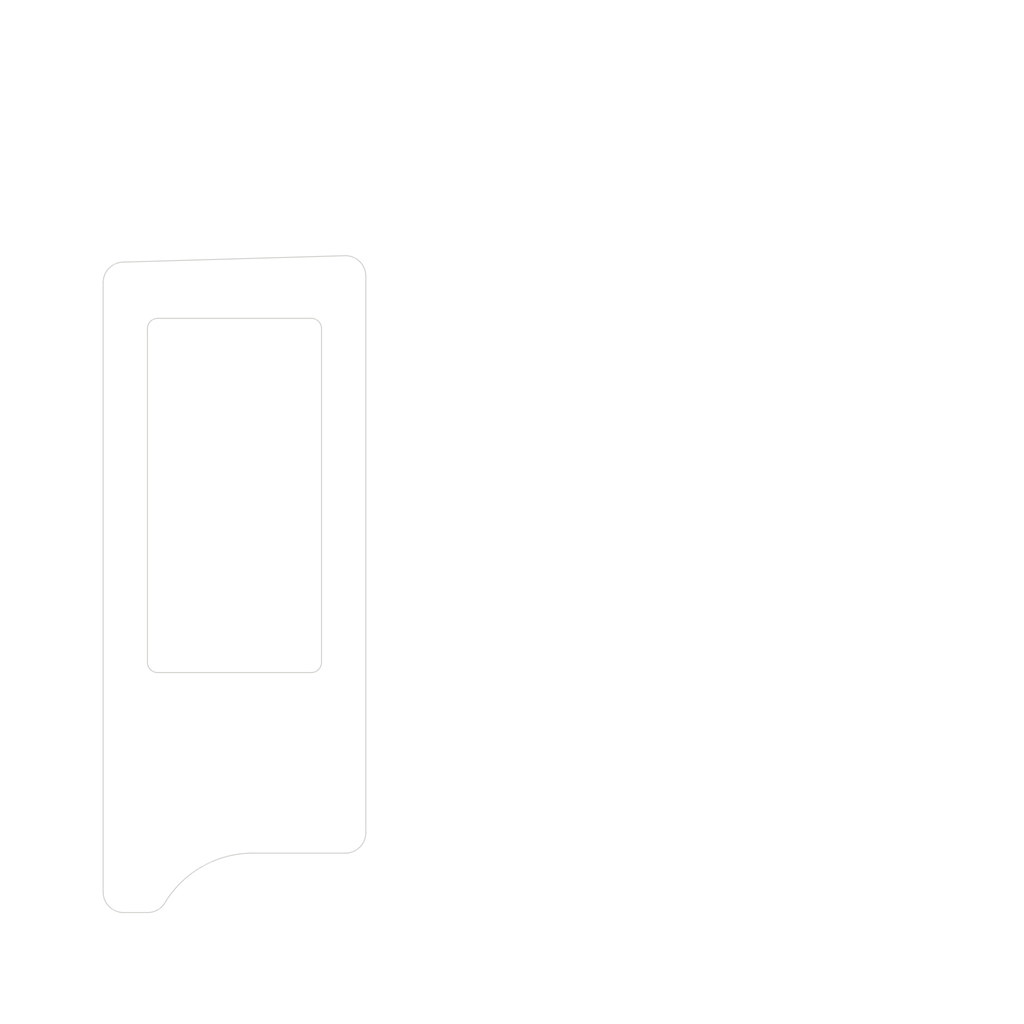
<source format=kicad_pcb>
(kicad_pcb (version 20221018) (generator pcbnew)
  (layers (0 "F.Cu" signal) (31 "B.Cu" signal) (34 "B.Paste" user) (35 "F.Paste" user) (36 "B.SilkS" user "B.Silkscreen") (37 "F.SilkS" user "F.Silkscreen") (38 "B.Mask" user) (39 "F.Mask" user) (44 "Edge.Cuts" user))
  (net 0 "")
  (footprint "MountingHole:MountingHole_2.2mm_M2" (layer "F.Cu") (at 80.994214 94.984214)
    (fp_text reference "TH1" hide)
    (fp_text value "HOLE")
    (pad "" np_thru_hole circle (at 0 0) (size 2.2 2.2) (drill 2.2) (layers "*.Cu" "*.Mask"))
  )
  (footprint "MountingHole:MountingHole_2.2mm_M2" (layer "F.Cu") (at 95.155267 87.782766)
    (fp_text reference "TH2" hide)
    (fp_text value "HOLE")
    (pad "" np_thru_hole circle (at 0 0) (size 2.2 2.2) (drill 2.2) (layers "*.Cu" "*.Mask"))
  )
  (gr_line (start 82.519216 40.759214) (end 97.519214 40.759214) (stroke (width 0.1)) (layer "Edge.Cuts"))
  (gr_line (start 81.519214 74.349214) (end 81.519216 41.759214) (stroke (width 0.1)) (layer "Edge.Cuts"))
  (gr_arc (start 77.194214 37.264214) (mid 77.78 35.85) (end 79.194214 35.264214) (stroke (width 0.1)) (layer "Edge.Cuts"))
  (gr_line (start 82.519214 75.349214) (end 97.519214 75.349214) (stroke (width 0.1)) (layer "Edge.Cuts"))
  (gr_arc (start 100.844214 34.638428) (mid 102.258409 35.224221) (end 102.844214 36.638428) (stroke (width 0.1)) (layer "Edge.Cuts"))
  (gr_arc (start 98.519214 74.349214) (mid 98.226317 75.056317) (end 97.519214 75.349214) (stroke (width 0.1)) (layer "Edge.Cuts"))
  (gr_arc (start 102.844214 90.984214) (mid 102.258423 92.398423) (end 100.844214 92.984214) (stroke (width 0.1)) (layer "Edge.Cuts"))
  (gr_arc (start 83.303813 97.706604) (mid 86.950767 94.244279) (end 91.819214 92.98484) (stroke (width 0.1)) (layer "Edge.Cuts"))
  (gr_arc (start 79.194214 98.784214) (mid 77.78 98.198428) (end 77.194214 96.784214) (stroke (width 0.1)) (layer "Edge.Cuts"))
  (gr_arc (start 83.303812 97.706604) (mid 82.567294 98.493714) (end 81.529214 98.784214) (stroke (width 0.1)) (layer "Edge.Cuts"))
  (gr_line (start 98.519214 41.759214) (end 98.519214 74.349214) (stroke (width 0.1)) (layer "Edge.Cuts"))
  (gr_line (start 100.844214 34.638428) (end 79.194214 35.264214) (stroke (width 0.1)) (layer "Edge.Cuts"))
  (gr_line (start 91.819214 92.984912) (end 100.844214 92.984214) (stroke (width 0.1)) (layer "Edge.Cuts"))
  (gr_line (start 102.844214 90.984214) (end 102.844214 36.638428) (stroke (width 0.1)) (layer "Edge.Cuts"))
  (gr_arc (start 81.519216 41.759214) (mid 81.812108 41.052103) (end 82.519216 40.759214) (stroke (width 0.1)) (layer "Edge.Cuts"))
  (gr_line (start 77.194214 96.784214) (end 77.194214 37.264214) (stroke (width 0.1)) (layer "Edge.Cuts"))
  (gr_arc (start 82.519214 75.349214) (mid 81.812093 75.056327) (end 81.519214 74.349214) (stroke (width 0.1)) (layer "Edge.Cuts"))
  (gr_line (start 79.194214 98.784214) (end 81.529214 98.784214) (stroke (width 0.1)) (layer "Edge.Cuts"))
  (gr_arc (start 97.519214 40.759214) (mid 98.226307 41.052113) (end 98.519214 41.759214) (stroke (width 0.1)) (layer "Edge.Cuts"))
)
</source>
